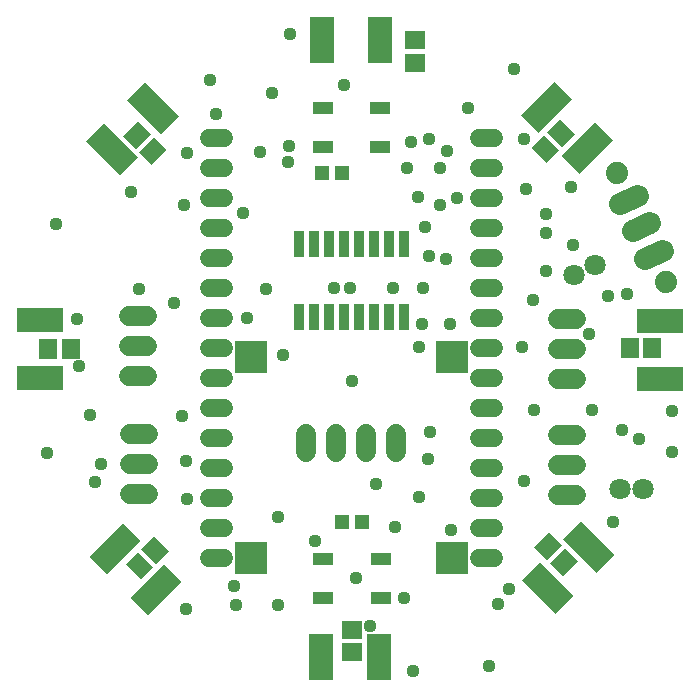
<source format=gbr>
G04 EAGLE Gerber RS-274X export*
G75*
%MOMM*%
%FSLAX34Y34*%
%LPD*%
%INSoldermask Bottom*%
%IPPOS*%
%AMOC8*
5,1,8,0,0,1.08239X$1,22.5*%
G01*
%ADD10C,1.727200*%
%ADD11R,0.863600X2.235200*%
%ADD12R,1.703200X1.103200*%
%ADD13R,2.133600X4.013200*%
%ADD14R,4.013200X2.133600*%
%ADD15R,1.803200X1.503200*%
%ADD16R,1.503200X1.803200*%
%ADD17C,1.511200*%
%ADD18R,2.743200X2.743200*%
%ADD19C,1.803200*%
%ADD20R,1.303200X1.203200*%
%ADD21C,1.853200*%
%ADD22C,1.879600*%
%ADD23C,1.117600*%


D10*
X-65989Y322686D02*
X-50749Y322686D01*
X-50749Y297286D02*
X-65989Y297286D01*
X-65989Y271886D02*
X-50749Y271886D01*
X296418Y269566D02*
X311658Y269566D01*
X311658Y294966D02*
X296418Y294966D01*
X296418Y320366D02*
X311658Y320366D01*
D11*
X77640Y383666D03*
X77640Y322198D03*
X90340Y383666D03*
X103040Y383666D03*
X90340Y322198D03*
X103040Y322198D03*
X115740Y383666D03*
X115740Y322198D03*
X128440Y383666D03*
X128440Y322198D03*
X141140Y383666D03*
X153840Y383666D03*
X141140Y322198D03*
X153840Y322198D03*
X166540Y383666D03*
X166540Y322198D03*
D10*
X83869Y222654D02*
X83869Y207414D01*
X109269Y207414D02*
X109269Y222654D01*
X134669Y222654D02*
X134669Y207414D01*
X160069Y207414D02*
X160069Y222654D01*
D12*
X97468Y465861D03*
X97468Y498861D03*
X146468Y465861D03*
X146468Y498861D03*
X97535Y84118D03*
X97535Y117118D03*
X146535Y84118D03*
X146535Y117118D03*
D10*
X-50673Y171953D02*
X-65913Y171953D01*
X-65913Y197353D02*
X-50673Y197353D01*
X-50673Y222753D02*
X-65913Y222753D01*
X296880Y171100D02*
X312120Y171100D01*
X312120Y196500D02*
X296880Y196500D01*
X296880Y221900D02*
X312120Y221900D01*
D13*
X96765Y556736D03*
X145787Y556736D03*
D14*
G36*
X265177Y493059D02*
X293554Y521436D01*
X308641Y506349D01*
X280264Y477972D01*
X265177Y493059D01*
G37*
G36*
X299841Y458396D02*
X328218Y486773D01*
X343305Y471686D01*
X314928Y443309D01*
X299841Y458396D01*
G37*
X382884Y318460D03*
X382884Y269438D03*
G36*
X316125Y148998D02*
X344502Y120621D01*
X329415Y105534D01*
X301038Y133911D01*
X316125Y148998D01*
G37*
G36*
X281462Y114334D02*
X309839Y85957D01*
X294752Y70870D01*
X266375Y99247D01*
X281462Y114334D01*
G37*
D13*
X145218Y34449D03*
X96196Y34449D03*
D14*
G36*
X-22083Y97779D02*
X-50460Y69402D01*
X-65547Y84489D01*
X-37170Y112866D01*
X-22083Y97779D01*
G37*
G36*
X-56747Y132443D02*
X-85124Y104066D01*
X-100211Y119153D01*
X-71834Y147530D01*
X-56747Y132443D01*
G37*
X-141441Y270707D03*
X-141441Y319729D03*
G36*
X-74035Y442334D02*
X-102412Y470711D01*
X-87325Y485798D01*
X-58948Y457421D01*
X-74035Y442334D01*
G37*
G36*
X-39371Y476998D02*
X-67748Y505375D01*
X-52661Y520462D01*
X-24284Y492085D01*
X-39371Y476998D01*
G37*
D15*
X175558Y556474D03*
X175558Y537474D03*
D16*
G36*
X287829Y478886D02*
X298458Y489515D01*
X311207Y476766D01*
X300578Y466137D01*
X287829Y478886D01*
G37*
G36*
X274394Y465451D02*
X285023Y476080D01*
X297772Y463331D01*
X287143Y452702D01*
X274394Y465451D01*
G37*
X376784Y295656D03*
X357784Y295656D03*
G36*
X303000Y126309D02*
X313629Y115680D01*
X300880Y102931D01*
X290251Y113560D01*
X303000Y126309D01*
G37*
G36*
X289565Y139744D02*
X300194Y129115D01*
X287445Y116366D01*
X276816Y126995D01*
X289565Y139744D01*
G37*
D15*
X122174Y38252D03*
X122174Y57252D03*
D16*
G36*
X-45959Y110438D02*
X-56588Y99809D01*
X-69337Y112558D01*
X-58708Y123187D01*
X-45959Y110438D01*
G37*
G36*
X-32524Y123873D02*
X-43153Y113244D01*
X-55902Y125993D01*
X-45273Y136622D01*
X-32524Y123873D01*
G37*
X-134722Y294640D03*
X-115722Y294640D03*
G36*
X-60858Y464372D02*
X-71487Y475001D01*
X-58738Y487750D01*
X-48109Y477121D01*
X-60858Y464372D01*
G37*
G36*
X-47423Y450937D02*
X-58052Y461566D01*
X-45303Y474315D01*
X-34674Y463686D01*
X-47423Y450937D01*
G37*
D17*
X966Y473201D02*
X14046Y473201D01*
X14046Y447801D02*
X966Y447801D01*
X966Y422401D02*
X14046Y422401D01*
X14046Y397001D02*
X966Y397001D01*
X966Y371601D02*
X14046Y371601D01*
X14046Y346201D02*
X966Y346201D01*
X966Y320801D02*
X14046Y320801D01*
X14046Y295401D02*
X966Y295401D01*
X966Y270001D02*
X14046Y270001D01*
X14046Y244601D02*
X966Y244601D01*
X966Y219201D02*
X14046Y219201D01*
X14046Y193801D02*
X966Y193801D01*
X966Y168401D02*
X14046Y168401D01*
X14046Y143001D02*
X966Y143001D01*
X966Y117601D02*
X14046Y117601D01*
X229566Y473201D02*
X242646Y473201D01*
X242646Y447801D02*
X229566Y447801D01*
X229566Y422401D02*
X242646Y422401D01*
X242646Y397001D02*
X229566Y397001D01*
X229566Y371601D02*
X242646Y371601D01*
X242646Y346201D02*
X229566Y346201D01*
X229566Y320801D02*
X242646Y320801D01*
X242646Y295401D02*
X229566Y295401D01*
X229566Y270001D02*
X242646Y270001D01*
X242646Y244601D02*
X229566Y244601D01*
X229566Y219201D02*
X242646Y219201D01*
X242646Y193801D02*
X229566Y193801D01*
X229566Y168401D02*
X242646Y168401D01*
X242646Y143001D02*
X229566Y143001D01*
X229566Y117601D02*
X242646Y117601D01*
D18*
X36740Y118157D03*
X36740Y288337D03*
X206920Y118157D03*
X206920Y288337D03*
D19*
X310329Y357684D03*
X328499Y366042D03*
D20*
X97291Y444119D03*
X114291Y444119D03*
X113801Y148590D03*
X130801Y148590D03*
D21*
X370247Y371368D02*
X385321Y378079D01*
X374989Y401283D02*
X359916Y394572D01*
X349585Y417776D02*
X364658Y424487D01*
D22*
X388115Y351519D03*
X346790Y444335D03*
D19*
X369100Y176600D03*
X349100Y176600D03*
D23*
X159000Y144000D03*
X142900Y180500D03*
X206500Y142000D03*
X245700Y79300D03*
X255500Y92000D03*
X59500Y152500D03*
X205300Y316300D03*
X269500Y430500D03*
X178900Y296300D03*
X-95500Y182500D03*
X-18000Y200000D03*
X-108400Y280200D03*
X-99800Y238900D03*
X-58100Y345900D03*
X-20200Y417100D03*
X-17000Y461000D03*
X323300Y307900D03*
X326000Y243400D03*
X276200Y243100D03*
X393500Y242800D03*
X178000Y424000D03*
X169000Y448000D03*
X54500Y512000D03*
X267800Y472400D03*
X259600Y531600D03*
X2500Y522500D03*
X287000Y360600D03*
X220200Y498800D03*
X181300Y315800D03*
X-65000Y428000D03*
X122000Y267500D03*
X-16900Y168100D03*
X70000Y562000D03*
X-128100Y401100D03*
X343000Y148500D03*
X393400Y207800D03*
X211500Y422500D03*
X308200Y432100D03*
X172700Y470300D03*
X268200Y183000D03*
X29900Y409900D03*
X351400Y226100D03*
X91000Y132000D03*
X-135500Y207000D03*
X68000Y453000D03*
X184500Y398000D03*
X33500Y321000D03*
X266600Y296300D03*
X276000Y336500D03*
X179000Y169500D03*
X126000Y101000D03*
X59500Y78000D03*
X24500Y78000D03*
X-18500Y74500D03*
X355000Y341500D03*
X49200Y345700D03*
X173900Y22200D03*
X137600Y60800D03*
X202200Y370800D03*
X309700Y382700D03*
X238400Y26500D03*
X365000Y219000D03*
X64000Y290000D03*
X-90000Y197500D03*
X69000Y466500D03*
X107500Y346500D03*
X22500Y94300D03*
X7500Y493500D03*
X44500Y462000D03*
X196500Y448000D03*
X196500Y416500D03*
X-21500Y238000D03*
X187500Y473000D03*
X-28500Y333500D03*
X202500Y463000D03*
X188500Y224500D03*
X186500Y201500D03*
X-110100Y320100D03*
X166500Y84000D03*
X115400Y518300D03*
X182600Y346700D03*
X120500Y346500D03*
X157500Y346500D03*
X339200Y340184D03*
X286500Y409500D03*
X187500Y373500D03*
X286800Y393500D03*
M02*

</source>
